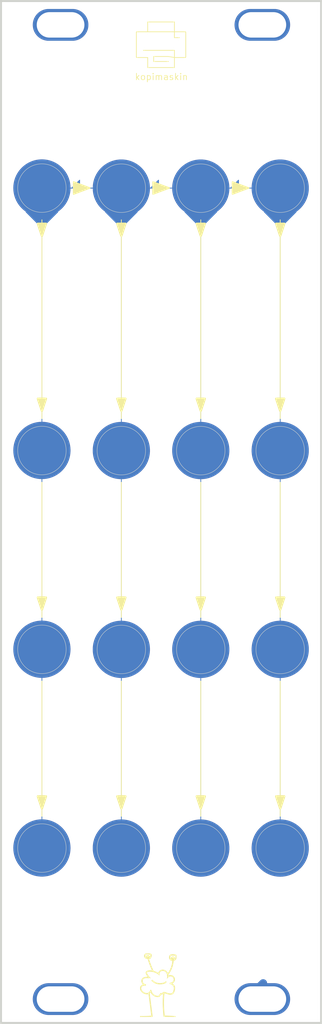
<source format=kicad_pcb>
(kicad_pcb (version 20241229) (generator "pcbnew") (generator_version "9.0")
  (layers (0 "F.Cu" signal "Top Layer") (2 "B.Cu" signal "Bottom Layer") (13 "F.Paste" user "Top Paste Mask Layer") (15 "B.Paste" user "Bottom Paste Mask Layer") (5 "F.SilkS" user "Top Silkscreen Layer") (7 "B.SilkS" user "Bottom Silkscreen Layer") (1 "F.Mask" user "Top Solder Mask Layer") (3 "B.Mask" user "Bottom Solder Mask Layer") (25 "Edge.Cuts" user "Multi-Layer"))
  (net 0 "")
  (net 2 "Net-(J1-SIG)")
  (net 3 "Net-(J2-SIG)")
  (net 4 "Net-(J3-SIG)")
  (footprint "Pad_e40" (layer "F.Cu") (at 137.5 44.5)
    (property "Reference" "" (at 0 0 0) (layer "F.SilkS") (effects (font (size 1.27 1.27))))
    (property "Value" "")
    (pad "1" thru_hole oval (at 0 0) (size 7 4) (drill oval 6 3.2) (layers "*.Cu" "*.Mask"))
  )
  (footprint "Pad_e42" (layer "F.Cu") (at 162.9 167)
    (property "Reference" "" (at 0 0 0) (layer "F.SilkS") (effects (font (size 1.27 1.27))))
    (property "Value" "")
    (pad "1" thru_hole oval (at 0 0) (size 7 4) (drill oval 6 3.2) (layers "*.Cu" "*.Mask"))
  )
  (footprint "Pad_e39" (layer "F.Cu") (at 137.5 167)
    (property "Reference" "" (at 0 0 0) (layer "F.SilkS") (effects (font (size 1.27 1.27))))
    (property "Value" "")
    (pad "1" thru_hole oval (at 0 0) (size 7 4) (drill oval 6 3.2) (layers "*.Cu" "*.Mask"))
  )
  (footprint "Pad_e41" (layer "F.Cu") (at 162.9 44.5)
    (property "Reference" "" (at 0 0 0) (layer "F.SilkS") (effects (font (size 1.27 1.27))))
    (property "Value" "")
    (pad "1" thru_hole oval (at 0 0) (size 7 4) (drill oval 6 3.2) (layers "*.Cu" "*.Mask"))
  )
  (gr_circle (center 165.149999 98.025399) (end 168.649999 98.025399) (stroke (width 0.2)) (fill yes) (layer "F.Cu") (net 13))
  (gr_circle (center 155.149999 65.025399) (end 158.649999 65.025399) (stroke (width 0.2)) (fill yes) (layer "F.Cu") (net 3))
  (gr_circle (center 145.149999 65.025399) (end 148.649999 65.025399) (stroke (width 0.2)) (fill yes) (layer "F.Cu") (net 2))
  (gr_circle (center 155.149999 123.025399) (end 158.649999 123.025399) (stroke (width 0.2)) (fill yes) (layer "F.Cu") (net 1))
  (gr_circle (center 145.149999 148.012699) (end 148.649999 148.012699) (stroke (width 0.2)) (fill yes) (layer "F.Cu") (net 9))
  (gr_circle (center 165.149999 65.025399) (end 168.649999 65.025399) (stroke (width 0.2)) (fill yes) (layer "F.Cu") (net 4))
  (gr_circle (center 165.149999 148.012699) (end 168.649999 148.012699) (stroke (width 0.2)) (fill yes) (layer "F.Cu") (net 12))
  (gr_circle (center 145.149999 123.025399) (end 148.649999 123.025399) (stroke (width 0.2)) (fill yes) (layer "F.Cu") (net 6))
  (gr_circle (center 135.149999 123.012699) (end 138.649999 123.012699) (stroke (width 0.2)) (fill yes) (layer "F.Cu") (net 5))
  (gr_circle (center 135.149999 147.999999) (end 138.649999 147.999999) (stroke (width 0.2)) (fill yes) (layer "F.Cu") (net 5))
  (gr_circle (center 155.149999 98.025399) (end 158.649999 98.025399) (stroke (width 0.2)) (fill yes) (layer "F.Cu") (net 11))
  (gr_circle (center 145.149999 98.025399) (end 148.649999 98.025399) (stroke (width 0.2)) (fill yes) (layer "F.Cu") (net 10))
  (gr_circle (center 135.149999 98.012699) (end 138.649999 98.012699) (stroke (width 0.2)) (fill yes) (layer "F.Cu") (net 5))
  (gr_circle (center 165.149999 123.025399) (end 168.649999 123.025399) (stroke (width 0.2)) (fill yes) (layer "F.Cu") (net 8))
  (gr_circle (center 135.149999 65.012699) (end 138.649999 65.012699) (stroke (width 0.2)) (fill yes) (layer "F.Cu") (net 5))
  (gr_circle (center 155.149999 148.012699) (end 158.649999 148.012699) (stroke (width 0.2)) (fill yes) (layer "F.Cu") (net 7))
  (gr_circle (center 155.149999 148.012699) (end 158.649999 148.012699) (stroke (width 0.2)) (fill yes) (layer "B.Cu") (net 7))
  (gr_poly (pts (xy 143.15 68.0254) (xy 147.15 68.0254) (xy 145.15 70.0254)) (stroke (width 0.1)) (fill yes) (layer "B.Cu") (net 7))
  (gr_circle (center 165.149999 123.025399) (end 168.649999 123.025399) (stroke (width 0.2)) (fill yes) (layer "B.Cu") (net 7))
  (gr_poly (pts (xy 148.827791 65.0254) (xy 149.827791 64.0254) (xy 149.827791 65.0254)) (stroke (width 0.1)) (fill yes) (layer "B.Cu") (net 7))
  (gr_circle (center 135.149999 65.012699) (end 138.649999 65.012699) (stroke (width 0.2)) (fill yes) (layer "B.Cu") (net 7))
  (gr_line (start 140.65 65.0254) (end 161.65 65.0254) (stroke (width 0.1)) (layer "B.Cu") (net 7))
  (gr_circle (center 145.149999 98.025399) (end 148.649999 98.025399) (stroke (width 0.2)) (fill yes) (layer "B.Cu") (net 7))
  (gr_line (start 163 165) (end 162 166) (stroke (width 1)) (layer "B.Cu"))
  (gr_poly (pts (xy 133.15 68.0254) (xy 137.15 68.0254) (xy 135.15 70.0254)) (stroke (width 0.1)) (fill yes) (layer "B.Cu") (net 7))
  (gr_line (start 165.15 70.0254) (end 165.15 144.5254) (stroke (width 0.1)) (layer "B.Cu") (net 7))
  (gr_circle (center 135.149999 98.012699) (end 138.649999 98.012699) (stroke (width 0.2)) (fill yes) (layer "B.Cu") (net 7))
  (gr_circle (center 165.149999 148.012699) (end 168.649999 148.012699) (stroke (width 0.2)) (fill yes) (layer "B.Cu") (net 7))
  (gr_poly (pts (xy 163.15 68.0254) (xy 167.15 68.0254) (xy 165.15 70.0254)) (stroke (width 0.1)) (fill yes) (layer "B.Cu") (net 7))
  (gr_circle (center 145.149999 123.025399) (end 148.649999 123.025399) (stroke (width 0.2)) (fill yes) (layer "B.Cu") (net 7))
  (gr_circle (center 155.149999 65.025399) (end 158.649999 65.025399) (stroke (width 0.2)) (fill yes) (layer "B.Cu") (net 7))
  (gr_line (start 145.15 70.0254) (end 145.15 144.5254) (stroke (width 0.1)) (layer "B.Cu") (net 7))
  (gr_poly (pts (xy 158.9 65.0254) (xy 159.9 64.0254) (xy 159.9 65.0254)) (stroke (width 0.1)) (fill yes) (layer "B.Cu") (net 7))
  (gr_line (start 155.15 70.0254) (end 155.15 144.5254) (stroke (width 0.1)) (layer "B.Cu") (net 7))
  (gr_circle (center 145.149999 65.025399) (end 148.649999 65.025399) (stroke (width 0.2)) (fill yes) (layer "B.Cu") (net 7))
  (gr_circle (center 165.149999 98.025399) (end 168.649999 98.025399) (stroke (width 0.2)) (fill yes) (layer "B.Cu") (net 7))
  (gr_circle (center 135.149999 123.012699) (end 138.649999 123.012699) (stroke (width 0.2)) (fill yes) (layer "B.Cu") (net 7))
  (gr_circle (center 145.149999 148.012699) (end 148.649999 148.012699) (stroke (width 0.2)) (fill yes) (layer "B.Cu") (net 7))
  (gr_circle (center 155.149999 98.025399) (end 158.649999 98.025399) (stroke (width 0.2)) (fill yes) (layer "B.Cu") (net 7))
  (gr_poly (pts (xy 153.15 68.0254) (xy 157.15 68.0254) (xy 155.15 70.0254)) (stroke (width 0.1)) (fill yes) (layer "B.Cu") (net 7))
  (gr_circle (center 165.149999 65.025399) (end 168.649999 65.025399) (stroke (width 0.2)) (fill yes) (layer "B.Cu") (net 7))
  (gr_line (start 138.65 65.0254) (end 141.65 65.0254) (stroke (width 0.1)) (layer "B.Cu") (net 7))
  (gr_circle (center 155.149999 123.025399) (end 158.649999 123.025399) (stroke (width 0.2)) (fill yes) (layer "B.Cu") (net 7))
  (gr_line (start 135.15 70.0254) (end 135.15 144.5254) (stroke (width 0.1)) (layer "B.Cu") (net 7))
  (gr_poly (pts (xy 138.9 65.0254) (xy 139.9 64.0254) (xy 139.9 65.0254)) (stroke (width 0.1)) (fill yes) (layer "B.Cu") (net 7))
  (gr_circle (center 135.149999 147.999999) (end 138.649999 147.999999) (stroke (width 0.2)) (fill yes) (layer "B.Cu") (net 7))
  (gr_line (start 151.832222 44.134739) (end 151.832222 46.107114) (stroke (width 0.1) (color 5 115 225 1)) (layer "F.SilkS"))
  (gr_poly (pts (xy 155.65 91.5127) (xy 154.65 91.5127) (xy 155.15 93.0127)) (stroke (width 0.3)) (fill yes) (layer "F.SilkS"))
  (gr_poly (pts (xy 155.65 141.5127) (xy 154.65 141.5127) (xy 155.15 143.0127)) (stroke (width 0.3)) (fill yes) (layer "F.SilkS"))
  (gr_line (start 148.467879 44.134739) (end 151.832222 44.134739) (stroke (width 0.1) (color 5 115 225 1)) (layer "F.SilkS"))
  (gr_poly (pts (xy 135.65 141.5127) (xy 134.65 141.5127) (xy 135.15 143.0127)) (stroke (width 0.3)) (fill yes) (layer "F.SilkS"))
  (gr_poly (pts (xy 149.15 64.2627) (xy 149.15 65.7627) (xy 151.15 65.0127)) (stroke (width 0.2)) (fill yes) (layer "F.SilkS"))
  (gr_poly (pts (xy 135.65 91.5127) (xy 134.65 91.5127) (xy 135.15 93.0127)) (stroke (width 0.3)) (fill yes) (layer "F.SilkS"))
  (gr_line (start 153.258839 45.430671) (end 153.258839 48.54486) (stroke (width 0.1) (color 77 77 77 1)) (layer "F.SilkS"))
  (gr_poly (pts (xy 165.65 116.5127) (xy 164.65 116.5127) (xy 165.15 118.0127)) (stroke (width 0.3)) (fill yes) (layer "F.SilkS"))
  (gr_line (start 153.196538 48.607145) (end 151.832121 48.607145) (stroke (width 0.1) (color 77 77 77 1)) (layer "F.SilkS"))
  (gr_line (start 147.041161 48.54486) (end 147.041161 45.430671) (stroke (width 0.1) (color 77 77 77 1)) (layer "F.SilkS"))
  (gr_poly (pts (xy 155.65 116.5127) (xy 154.65 116.5127) (xy 155.15 118.0127)) (stroke (width 0.3)) (fill yes) (layer "F.SilkS"))
  (gr_line (start 151.832422 47.704134) (end 151.832422 49.865261) (stroke (width 0.1) (color 5 115 225 1)) (layer "F.SilkS"))
  (gr_poly (pts (xy 155.65 69.5127) (xy 154.65 69.5127) (xy 155.15 71.0127)) (stroke (width 0.3)) (fill yes) (layer "F.SilkS"))
  (gr_poly (pts (xy 165.65 91.5127) (xy 164.65 91.5127) (xy 165.15 93.0127)) (stroke (width 0.3)) (fill yes) (layer "F.SilkS"))
  (gr_line (start 165.15 69.0127) (end 165.15 94.0127) (stroke (width 0.1)) (layer "F.SilkS"))
  (gr_poly (pts (xy 135.65 116.5127) (xy 134.65 116.5127) (xy 135.15 118.0127)) (stroke (width 0.3)) (fill yes) (layer "F.SilkS"))
  (gr_line (start 149.220888 48.476645) (end 149.220888 49.103653) (stroke (width 0.1)) (layer "F.SilkS"))
  (gr_curve (pts (xy 147.041161 45.430671) (xy 147.041161 45.396166) (xy 147.068948 45.36839) (xy 147.103462 45.36839)) (stroke (width 0.1) (color 77 77 77 1)) (layer "F.SilkS"))
  (gr_line (start 148.467879 45.368105) (end 148.467879 44.134739) (stroke (width 0.1) (color 5 115 225 1)) (layer "F.SilkS"))
  (gr_line (start 145.15 102.0127) (end 145.15 119.0127) (stroke (width 0.1)) (layer "F.SilkS"))
  (gr_poly (pts (xy 159.15 64.2627) (xy 159.15 65.7627) (xy 161.15 65.0127)) (stroke (width 0.2)) (fill yes) (layer "F.SilkS"))
  (gr_line (start 165.15 102.0127) (end 165.15 119.0127) (stroke (width 0.1)) (layer "F.SilkS"))
  (gr_curve (pts (xy 153.258839 48.54486) (xy 153.258839 48.579365) (xy 153.231053 48.607145) (xy 153.196538 48.607145)) (stroke (width 0.1) (color 77 77 77 1)) (layer "F.SilkS"))
  (gr_curve (pts (xy 147.103462 48.607145) (xy 147.068946 48.607145) (xy 147.041161 48.579367) (xy 147.041161 48.54486)) (stroke (width 0.1) (color 77 77 77 1)) (layer "F.SilkS"))
  (gr_poly (pts (xy 145.65 69.5127) (xy 144.65 69.5127) (xy 145.15 71.0127)) (stroke (width 0.3)) (fill yes) (layer "F.SilkS"))
  (gr_poly (pts (xy 148.795478 161.267998) (xy 148.846138 161.28633) (xy 148.871134 161.298329) (xy 148.89613 161.309995) (xy 148.913461 161.32366) (xy 148.931125 161.336992) (xy 148.942457 161.353991) (xy 148.954122 161.370989) (xy 148.961454 161.390321) (xy 148.968786 161.409653) (xy 148.972786 161.44265) (xy 148.977119 161.475314) (xy 148.972786 161.533976) (xy 148.968453 161.592638) (xy 148.961787 161.630301) (xy 148.954788 161.667965) (xy 148.944123 161.702962) (xy 148.933458 161.737626) (xy 148.91946 161.767623) (xy 148.905129 161.797954) (xy 148.888465 161.822952) (xy 148.8718 161.84795) (xy 148.852137 161.869281) (xy 148.832473 161.890613) (xy 148.812142 161.906278) (xy 148.791812 161.921944) (xy 148.765483 161.935942) (xy 148.739486 161.949941) (xy 148.707491 161.960607) (xy 148.675496 161.971273) (xy 148.657498 161.973606) (xy 148.639168 161.976272) (xy 148.655165 162.026268) (xy 148.67083 162.076597) (xy 148.699492 162.163923) (xy 148.728155 162.250916) (xy 148.768149 162.366573) (xy 148.808143 162.481897) (xy 148.849137 162.592221) (xy 148.890131 162.702545) (xy 148.934458 162.814536) (xy 148.978785 162.926526) (xy 149.015113 163.013519) (xy 149.051108 163.100512) (xy 149.099101 163.209836) (xy 149.147094 163.31916) (xy 149.176756 163.384155) (xy 149.206752 163.44915) (xy 149.236414 163.457149) (xy 149.265743 163.465482) (xy 149.317402 163.48148) (xy 149.368728 163.497812) (xy 149.422054 163.518477) (xy 149.475379 163.539475) (xy 149.523372 163.56114) (xy 149.571365 163.582805) (xy 149.628357 163.612469) (xy 149.685349 163.6418) (xy 149.728009 163.667798) (xy 149.77067 163.693463) (xy 149.780002 163.700129) (xy 149.789334 163.706795) (xy 149.792333 163.706795) (xy 149.795332 163.706795) (xy 149.805664 163.677464) (xy 149.815662 163.648133) (xy 149.82966 163.618135) (xy 149.843992 163.587805) (xy 149.870988 163.546808) (xy 149.898317 163.505812) (xy 149.944644 163.459815) (xy 149.99097 163.413486) (xy 150.026632 163.389488) (xy 150.062626 163.365823) (xy 150.103287 163.346491) (xy 150.143948 163.326826) (xy 150.165945 163.319494) (xy 150.188275 163.312161) (xy 150.222936 163.303495) (xy 150.257598 163.294829) (xy 150.300259 163.290496) (xy 150.342919 163.286496) (xy 150.383913 163.28883) (xy 150.424907 163.291163) (xy 150.456902 163.295829) (xy 150.488898 163.300829) (xy 150.510561 163.306495) (xy 150.532225 163.312161) (xy 150.574552 163.326826) (xy 150.616879 163.341159) (xy 150.645208 163.354491) (xy 150.673538 163.367823) (xy 150.709866 163.389488) (xy 150.746194 163.411153) (xy 150.775523 163.433484) (xy 150.805185 163.455816) (xy 150.84018 163.489813) (xy 150.875508 163.52381) (xy 150.900838 163.555807) (xy 150.926501 163.587805) (xy 150.948831 163.621469) (xy 150.970828 163.655466) (xy 150.989492 163.691796) (xy 151.007822 163.728126) (xy 151.009822 163.728126) (xy 151.012155 163.728126) (xy 151.031819 163.700795) (xy 151.051483 163.673131) (xy 151.087144 163.617136) (xy 151.122806 163.561474) (xy 151.145802 163.523143) (xy 151.168466 163.48448) (xy 151.201128 163.425152) (xy 151.23379 163.365823) (xy 151.263452 163.304495) (xy 151.293114 163.242833) (xy 151.307445 163.210836) (xy 151.321443 163.178839) (xy 151.343774 163.12551) (xy 151.366104 163.072181) (xy 151.3881 163.011853) (xy 151.410431 162.951191) (xy 151.430761 162.889196) (xy 151.451091 162.826868) (xy 151.471755 162.750541) (xy 151.492419 162.673881) (xy 151.507083 162.60822) (xy 151.521414 162.542558) (xy 151.533746 162.469565) (xy 151.546077 162.396571) (xy 151.55341 162.337909) (xy 151.560742 162.279247) (xy 151.563742 162.246583) (xy 151.566408 162.213586) (xy 151.560742 162.211919) (xy 151.555409 162.210586) (xy 151.535746 162.208253) (xy 151.516415 162.20592) (xy 151.477088 162.193588) (xy 151.438093 162.181255) (xy 151.406098 162.16559) (xy 151.374102 162.149925) (xy 151.346773 162.131926) (xy 151.319444 162.113928) (xy 151.290781 162.08693) (xy 151.261785 162.059599) (xy 151.238789 162.028935) (xy 151.216125 161.998604) (xy 151.198461 161.96294) (xy 151.180464 161.927276) (xy 151.173465 161.905945) (xy 151.166133 161.884613) (xy 151.159134 161.852616) (xy 151.151801 161.820619) (xy 151.149468 161.775956) (xy 151.147152 161.731626) (xy 151.314444 161.731626) (xy 151.316777 161.76729) (xy 151.31911 161.802953) (xy 151.32411 161.822285) (xy 151.328776 161.84195) (xy 151.334108 161.856616) (xy 151.339441 161.870948) (xy 151.349106 161.890279) (xy 151.359105 161.909611) (xy 151.365104 161.917277) (xy 151.371103 161.924943) (xy 151.377102 161.891613) (xy 151.382768 161.858282) (xy 151.388767 161.841284) (xy 151.394433 161.824285) (xy 151.406764 161.79962) (xy 151.418763 161.774956) (xy 151.43676 161.748958) (xy 151.454757 161.72296) (xy 151.480754 161.698295) (xy 151.50675 161.673631) (xy 151.526414 161.660965) (xy 151.546077 161.6483) (xy 151.565075 161.638967) (xy 151.583739 161.629635) (xy 151.602403 161.622968) (xy 151.621067 161.616636) (xy 151.643397 161.623968) (xy 151.665393 161.630968) (xy 151.695722 161.643633) (xy 151.726051 161.656299) (xy 151.747382 161.662298) (xy 151.768712 161.668631) (xy 151.784709 161.676297) (xy 151.800707 161.68363) (xy 151.816372 161.698962) (xy 151.832036 161.713961) (xy 151.843368 161.738959) (xy 151.854699 161.763623) (xy 151.859365 161.791621) (xy 151.864031 161.819285) (xy 151.861698 161.853616) (xy 151.859365 161.88828) (xy 151.854699 161.905945) (xy 151.8497 161.92361) (xy 151.844701 161.936276) (xy 151.839701 161.948608) (xy 151.840701 161.958274) (xy 151.842034 161.96794) (xy 151.869364 161.937942) (xy 151.896693 161.908278) (xy 151.913691 161.879947) (xy 151.930688 161.851949) (xy 151.943353 161.823285) (xy 151.955685 161.794287) (xy 151.96435 161.759624) (xy 151.973349 161.724627) (xy 151.973349 161.681964) (xy 151.973682 161.6393) (xy 151.967683 161.613303) (xy 151.961684 161.587638) (xy 151.953018 161.577306) (xy 151.944353 161.566973) (xy 151.922356 161.55964) (xy 151.900359 161.552308) (xy 151.868364 161.546975) (xy 151.836369 161.541309) (xy 151.797041 161.536309) (xy 151.758047 161.530976) (xy 151.708054 161.52731) (xy 151.658394 161.523977) (xy 151.59807 161.52431) (xy 151.537745 161.524977) (xy 151.503084 161.52731) (xy 151.468755 161.529976) (xy 151.442093 161.535976) (xy 151.415763 161.541975) (xy 151.400099 161.552308) (xy 151.384434 161.56264) (xy 151.373436 161.576306) (xy 151.362437 161.589638) (xy 151.351439 161.609636) (xy 151.340107 161.629301) (xy 151.331775 161.653966) (xy 151.323443 161.678964) (xy 151.318777 161.705295) (xy 151.314444 161.731626) (xy 151.147152 161.731626) (xy 151.147135 161.731293) (xy 151.151468 161.695962) (xy 151.155801 161.660632) (xy 151.1648 161.626968) (xy 151.173798 161.592971) (xy 151.190796 161.556974) (xy 151.207793 161.520977) (xy 151.223124 161.498312) (xy 151.238456 161.475647) (xy 151.260119 161.452983) (xy 151.281449 161.430318) (xy 151.307112 161.413319) (xy 151.332775 161.396654) (xy 151.362437 161.385988) (xy 151.391767 161.375322) (xy 151.425762 161.369656) (xy 151.459423 161.36399) (xy 151.507416 161.360324) (xy 151.555409 161.356657) (xy 151.608068 161.356657) (xy 151.660727 161.356657) (xy 151.713053 161.360324) (xy 151.765046 161.36399) (xy 151.807706 161.369323) (xy 151.850367 161.374656) (xy 151.900359 161.383655) (xy 151.950019 161.392321) (xy 151.973015 161.399987) (xy 151.996345 161.40732) (xy 152.020675 161.419652) (xy 152.045005 161.431651) (xy 152.066002 161.452316) (xy 152.086999 161.472648) (xy 152.086999 161.693629) (xy 152.086999 161.914944) (xy 152.075667 161.935276) (xy 152.064335 161.955607) (xy 152.039339 161.993271) (xy 152.014009 162.030601) (xy 151.973015 162.071598) (xy 151.932355 162.112594) (xy 151.908358 162.129593) (xy 151.884362 162.146591) (xy 151.855033 162.163257) (xy 151.825704 162.179922) (xy 151.799041 162.191254) (xy 151.772378 162.202253) (xy 151.753714 162.208253) (xy 151.73505 162.213919) (xy 151.733384 162.225252) (xy 151.731717 162.236584) (xy 151.729384 162.265248) (xy 151.727384 162.293579) (xy 151.718386 162.362907) (xy 151.70972 162.432234) (xy 151.697056 162.504895) (xy 151.684724 162.577889) (xy 151.66906 162.649216) (xy 151.653395 162.72021) (xy 151.635398 162.787871) (xy 151.617067 162.855199) (xy 151.594404 162.927193) (xy 151.57174 162.998854) (xy 151.543411 163.074847) (xy 151.515415 163.150508) (xy 151.48242 163.228501) (xy 151.449092 163.306828) (xy 151.403765 163.397487) (xy 151.358438 163.488146) (xy 151.334442 163.530809) (xy 151.310778 163.573473) (xy 151.279116 163.626468) (xy 151.247454 163.679464) (xy 151.20746 163.740125) (xy 151.167466 163.80112) (xy 151.151468 163.820785) (xy 151.135804 163.840117) (xy 151.115473 163.866781) (xy 151.095476 163.893446) (xy 151.082811 163.914444) (xy 151.07048 163.935109) (xy 151.066481 163.954441) (xy 151.062481 163.973439) (xy 151.066147 164.009436) (xy 151.06948 164.045433) (xy 151.070813 164.046433) (xy 151.071813 164.047766) (xy 151.103808 164.032434) (xy 151.135804 164.017436) (xy 151.1588 164.00977) (xy 151.18213 164.002103) (xy 151.218792 163.993438) (xy 151.255786 163.984438) (xy 151.29878 163.980439) (xy 151.342107 163.976772) (xy 151.391767 163.980439) (xy 151.441759 163.984438) (xy 151.474421 163.991104) (xy 151.507083 163.998104) (xy 151.538412 164.009103) (xy 151.569407 164.020102) (xy 151.597737 164.034434) (xy 151.626066 164.048433) (xy 151.656395 164.068765) (xy 151.687057 164.089096) (xy 151.729717 164.131759) (xy 151.772711 164.174422) (xy 151.797374 164.211753) (xy 151.822371 164.249083) (xy 151.837368 164.280414) (xy 151.8527 164.311744) (xy 151.863031 164.341075) (xy 151.87303 164.370406) (xy 151.880362 164.398737) (xy 151.888028 164.426735) (xy 151.893027 164.467065) (xy 151.89836 164.507061) (xy 151.89836 164.538059) (xy 151.89836 164.569056) (xy 151.894693 164.601054) (xy 151.891027 164.632718) (xy 151.885695 164.659715) (xy 151.880029 164.68638) (xy 151.868031 164.72171) (xy 151.855699 164.757041) (xy 151.837702 164.791038) (xy 151.819371 164.825035) (xy 151.799707 164.853033) (xy 151.780377 164.880697) (xy 151.750381 164.912028) (xy 151.720385 164.943692) (xy 151.696722 164.963023) (xy 151.672726 164.982355) (xy 151.650396 164.997354) (xy 151.628399 165.012353) (xy 151.592737 165.031018) (xy 151.557076 165.049683) (xy 151.57174 165.056349) (xy 151.586738 165.063015) (xy 151.629399 165.091013) (xy 151.671726 165.118677) (xy 151.690057 165.133676) (xy 151.708387 165.148675) (xy 151.730717 165.168006) (xy 151.752714 165.187338) (xy 151.77871 165.218002) (xy 151.80504 165.248333) (xy 151.824704 165.278329) (xy 151.844367 165.30866) (xy 151.859032 165.338324) (xy 151.87403 165.367989) (xy 151.886028 165.403986) (xy 151.898026 165.440316) (xy 151.905359 165.475646) (xy 151.912358 165.51131) (xy 151.916024 165.543307) (xy 151.91969 165.575305) (xy 151.91969 165.628634) (xy 151.91969 165.681963) (xy 151.914691 165.726292) (xy 151.909691 165.770955) (xy 151.904025 165.805619) (xy 151.89836 165.840616) (xy 151.887694 165.890612) (xy 151.877029 165.940608) (xy 151.862698 165.990603) (xy 151.848367 166.040599) (xy 151.826037 166.096595) (xy 151.803707 166.15259) (xy 151.781377 166.191587) (xy 151.759047 166.230583) (xy 151.735383 166.261914) (xy 151.71172 166.293578) (xy 151.68739 166.31791) (xy 151.662727 166.342241) (xy 151.635398 166.362572) (xy 151.607735 166.383237) (xy 151.585072 166.39557) (xy 151.562408 166.408235) (xy 151.532413 166.420901) (xy 151.502084 166.433233) (xy 151.464756 166.442232) (xy 151.427428 166.451565) (xy 151.384768 166.455565) (xy 151.342107 166.459898) (xy 151.288782 166.457565) (xy 151.235456 166.455565) (xy 151.190796 166.448565) (xy 151.146136 166.441566) (xy 151.103475 166.4319) (xy 151.061148 166.422567) (xy 151.006156 166.406569) (xy 150.950831 166.390903) (xy 150.885174 166.369239) (xy 150.819516 166.347907) (xy 150.762525 166.326575) (xy 150.705533 166.305244) (xy 150.648208 166.280579) (xy 150.590883 166.256248) (xy 150.584217 166.256248) (xy 150.577552 166.256248) (xy 150.577218 166.308577) (xy 150.576552 166.360906) (xy 150.565553 166.439233) (xy 150.554222 166.51756) (xy 150.545556 166.652548) (xy 150.537224 166.78787) (xy 150.531558 166.91586) (xy 150.526226 167.043849) (xy 150.52256 167.19317) (xy 150.518893 167.342491) (xy 150.518893 167.489812) (xy 150.518893 167.637466) (xy 150.52256 167.769122) (xy 150.525892 167.900444) (xy 150.529559 167.993103) (xy 150.533225 168.085429) (xy 150.538557 168.185087) (xy 150.544223 168.284746) (xy 150.552888 168.409069) (xy 150.561887 168.533392) (xy 150.572219 168.649049) (xy 150.582884 168.764706) (xy 150.593549 168.864031) (xy 150.604214 168.963689) (xy 150.610213 169.016018) (xy 150.616213 169.06868) (xy 150.641542 169.06868) (xy 150.666539 169.06868) (xy 150.821183 169.074013) (xy 150.975827 169.079013) (xy 151.128805 169.086345) (xy 151.281449 169.093345) (xy 151.438093 169.102344) (xy 151.594404 169.11101) (xy 151.784709 169.124009) (xy 151.975015 169.136675) (xy 151.979681 169.138341) (xy 151.98468 169.140008) (xy 151.982347 169.174338) (xy 151.980014 169.209002) (xy 151.978015 169.229334) (xy 151.975682 169.249998) (xy 151.504084 169.249998) (xy 151.032819 169.249998) (xy 150.958163 169.246332) (xy 150.883507 169.242666) (xy 150.719864 169.237666) (xy 150.556221 169.232333) (xy 150.514561 169.232) (xy 150.472567 169.232) (xy 150.469234 169.224001) (xy 150.465901 169.216001) (xy 150.449903 169.081013) (xy 150.433906 168.946024) (xy 150.422907 168.842699) (xy 150.412242 168.739708) (xy 150.403577 168.640049) (xy 150.394911 168.540724) (xy 150.387579 168.441066) (xy 150.380247 168.341408) (xy 150.373581 168.217085) (xy 150.366582 168.092762) (xy 150.362583 167.996436) (xy 150.358917 167.900444) (xy 150.355584 167.758456) (xy 150.351918 167.616135) (xy 150.351918 167.488145) (xy 150.351918 167.360156) (xy 150.355584 167.201836) (xy 150.358917 167.043849) (xy 150.364583 166.91586) (xy 150.369915 166.78787) (xy 150.37858 166.647215) (xy 150.387246 166.506894) (xy 150.397911 166.4289) (xy 150.408909 166.350907) (xy 150.40791 166.347574) (xy 150.40691 166.344241) (xy 150.37858 166.365239) (xy 150.350251 166.386237) (xy 150.332254 166.397236) (xy 150.31459 166.408235) (xy 150.29326 166.419234) (xy 150.271929 166.4299) (xy 150.245267 166.438233) (xy 150.218604 166.446232) (xy 150.17861 166.446232) (xy 150.138615 166.446232) (xy 150.134616 166.458898) (xy 150.130617 166.47123) (xy 150.094622 166.526225) (xy 150.058627 166.581554) (xy 150.041629 166.606552) (xy 150.024632 166.631217) (xy 149.998969 166.659548) (xy 149.973639 166.687545) (xy 149.942977 166.707544) (xy 149.912315 166.727542) (xy 149.883652 166.737208) (xy 149.854657 166.746874) (xy 149.821661 166.752873) (xy 149.788334 166.758873) (xy 149.72601 166.758539) (xy 149.664019 166.758206) (xy 149.622025 166.75254) (xy 149.580364 166.746874) (xy 149.53937 166.737875) (xy 149.498376 166.728542) (xy 149.460382 166.71621) (xy 149.422054 166.703544) (xy 149.384393 166.687879) (xy 149.346398 166.672547) (xy 149.316736 166.657548) (xy 149.287073 166.642882) (xy 149.251412 166.621218) (xy 149.216084 166.599886) (xy 149.184088 166.576888) (xy 149.152093 166.55389) (xy 149.127097 166.533558) (xy 149.1021 166.512893) (xy 149.063773 166.476563) (xy 149.025112 166.439899) (xy 148.98845 166.395903) (xy 148.951456 166.351573) (xy 148.930459 166.320909) (xy 148.909462 166.289912) (xy 148.891131 166.259248) (xy 148.873134 166.228917) (xy 148.855136 166.192253) (xy 148.836806 166.155923) (xy 148.823807 166.173588) (xy 148.810809 166.19092) (xy 148.788813 166.215585) (xy 148.766482 166.240249) (xy 148.743486 166.259581) (xy 148.720489 166.279246) (xy 148.722156 166.288245) (xy 148.723822 166.296911) (xy 148.913794 167.761789) (xy 149.103433 169.226667) (xy 149.1021 169.228) (xy 149.100767 169.229334) (xy 148.998449 169.239666) (xy 148.89613 169.249665) (xy 148.198232 169.249665) (xy 147.500333 169.249998) (xy 147.501333 169.18667) (xy 147.502333 169.123676) (xy 147.521997 169.124009) (xy 147.541327 169.124342) (xy 147.75463 169.127342) (xy 147.967932 169.130008) (xy 148.124576 169.125676) (xy 148.280886 169.121676) (xy 148.389537 169.116343) (xy 148.497855 169.111343) (xy 148.558179 169.107677) (xy 148.618837 169.104011) (xy 148.686161 169.099011) (xy 148.753818 169.093678) (xy 148.83114 169.087679) (xy 148.908129 169.081679) (xy 148.911795 169.079346) (xy 148.915461 169.077013) (xy 148.74082 167.726125) (xy 148.565845 166.375238) (xy 148.563512 166.372572) (xy 148.561179 166.369572) (xy 148.538182 166.378238) (xy 148.515519 166.38657) (xy 148.488856 166.39257) (xy 148.462193 166.398236) (xy 148.425865 166.403569) (xy 148.389537 166.408902) (xy 148.343877 166.408902) (xy 148.29855 166.408902) (xy 148.257556 166.403902) (xy 148.216896 166.398569) (xy 148.183234 166.391237) (xy 148.149239 166.383904) (xy 148.124576 166.376238) (xy 148.099579 166.368905) (xy 148.060585 166.353907) (xy 148.021257 166.338908) (xy 147.991262 166.324242) (xy 147.960933 166.30991) (xy 147.918272 166.284579) (xy 147.875612 166.259248) (xy 147.845283 166.237583) (xy 147.815287 166.215918) (xy 147.784958 166.190587) (xy 147.75463 166.165589) (xy 147.726634 166.138924) (xy 147.698638 166.11226) (xy 147.664976 166.07293) (xy 147.631314 166.033933) (xy 147.603985 165.992937) (xy 147.576989 165.952273) (xy 147.558658 165.914943) (xy 147.540327 165.877613) (xy 147.527663 165.841949) (xy 147.515331 165.806285) (xy 147.508999 165.784954) (xy 147.502999 165.763622) (xy 147.501666 165.660631) (xy 147.50069 165.600303) (xy 147.66231 165.600303) (xy 147.66231 165.651632) (xy 147.66231 165.703294) (xy 147.668975 165.731625) (xy 147.675641 165.760289) (xy 147.684306 165.784954) (xy 147.693305 165.809952) (xy 147.708303 165.840283) (xy 147.723301 165.87028) (xy 147.741631 165.898278) (xy 147.760295 165.926275) (xy 147.780959 165.951607) (xy 147.801623 165.976938) (xy 147.844616 166.018268) (xy 147.88761 166.059598) (xy 147.922605 166.086262) (xy 147.9576 166.112593) (xy 147.989929 166.132592) (xy 148.022257 166.15259) (xy 148.054586 166.168922) (xy 148.087248 166.185254) (xy 148.114577 166.196253) (xy 148.14224 166.207252) (xy 148.170569 166.215918) (xy 148.199232 166.224584) (xy 148.232893 166.231917) (xy 148.266555 166.238916) (xy 148.318881 166.240916) (xy 148.370873 166.242916) (xy 148.411201 166.236583) (xy 148.451528 166.230583) (xy 148.480191 166.221584) (xy 148.50852 166.212918) (xy 148.542182 166.195586) (xy 148.576177 166.178254) (xy 148.598174 166.162256) (xy 148.62017 166.145924) (xy 148.6455 166.122259) (xy 148.670496 166.098594) (xy 148.693826 166.06693) (xy 148.717156 166.035266) (xy 148.730821 166.006269) (xy 148.744819 165.976938) (xy 148.751818 165.94894) (xy 148.75915 165.920943) (xy 148.76015 165.886945) (xy 148.761483 165.852615) (xy 148.834139 165.846615) (xy 148.906795 165.840616) (xy 148.916127 165.840616) (xy 148.925793 165.840283) (xy 148.927792 165.856948) (xy 148.930125 165.873947) (xy 148.936791 165.913277) (xy 148.94379 165.952607) (xy 148.954122 165.987937) (xy 148.96412 166.023267) (xy 148.977785 166.056931) (xy 148.991116 166.090928) (xy 149.007114 166.122592) (xy 149.022779 166.153923) (xy 149.042776 166.186587) (xy 149.062773 166.218918) (xy 149.076771 166.238249) (xy 149.091102 166.257915) (xy 149.114765 166.286245) (xy 149.138428 166.31491) (xy 149.183089 166.357906) (xy 149.227749 166.400569) (xy 149.261744 166.426234) (xy 149.295406 166.451565) (xy 149.325068 166.47023) (xy 149.35473 166.488562) (xy 149.395391 166.508894) (xy 149.436385 166.529225) (xy 149.459382 166.538224) (xy 149.482712 166.547224) (xy 149.51604 166.558223) (xy 149.549702 166.568889) (xy 149.593362 166.577888) (xy 149.637356 166.586887) (xy 149.686015 166.590887) (xy 149.735008 166.594553) (xy 149.763338 166.592553) (xy 149.792 166.59022) (xy 149.809663 166.585554) (xy 149.827327 166.580888) (xy 149.841992 166.573222) (xy 149.856656 166.565889) (xy 149.876653 166.544224) (xy 149.896984 166.522226) (xy 149.933645 166.466564) (xy 149.970306 166.410902) (xy 149.98897 166.375238) (xy 150.007968 166.339574) (xy 150.043629 166.279246) (xy 150.079291 166.218918) (xy 150.080291 166.217585) (xy 150.08129 166.216251) (xy 150.096621 166.22725) (xy 150.111953 166.238249) (xy 150.141948 166.259581) (xy 150.171611 166.280913) (xy 150.182609 166.280913) (xy 150.193607 166.280913) (xy 150.212938 166.271913) (xy 150.232602 166.262914) (xy 150.279928 166.228584) (xy 150.327588 166.19392) (xy 150.367249 166.166255) (xy 150.40691 166.138258) (xy 150.431906 166.124592) (xy 150.456902 166.110927) (xy 150.484565 166.101928) (xy 150.512228 166.092928) (xy 150.540557 166.089262) (xy 150.568886 166.085596) (xy 150.596882 166.089262) (xy 150.624878 166.092595) (xy 150.649208 166.101261) (xy 150.673538 166.109594) (xy 150.721531 166.129925) (xy 150.769524 166.149924) (xy 150.821183 166.169922) (xy 150.872842 166.189587) (xy 150.918835 166.204919) (xy 150.965162 166.219918) (xy 151.025486 166.237916) (xy 151.086144 166.255915) (xy 151.11614 166.262914) (xy 151.146469 166.270247) (xy 151.18213 166.277246) (xy 151.217459 166.283912) (xy 151.255786 166.288245) (xy 151.293781 166.292578) (xy 151.342774 166.290912) (xy 151.391767 166.288912) (xy 151.425762 166.279913) (xy 151.459423 166.271247) (xy 151.479754 166.261914) (xy 151.500417 166.252915) (xy 151.52708 166.23425) (xy 151.554076 166.215918) (xy 151.57574 166.192587) (xy 151.597403 166.168922) (xy 151.6184 166.136925) (xy 151.639731 166.104927) (xy 151.653728 166.07493) (xy 151.667726 166.044599) (xy 151.683058 166.001936) (xy 151.698722 165.959273) (xy 151.711053 165.90961) (xy 151.723718 165.859614) (xy 151.73305 165.812285) (xy 151.742049 165.764622) (xy 151.747382 165.71796) (xy 151.752714 165.671297) (xy 151.752714 165.624967) (xy 151.752714 165.578971) (xy 151.747382 165.541641) (xy 151.742049 165.504311) (xy 151.732717 165.47398) (xy 151.723385 165.443649) (xy 151.711387 165.417651) (xy 151.699389 165.39132) (xy 151.684724 165.369655) (xy 151.670059 165.347657) (xy 151.650396 165.325326) (xy 151.630732 165.302661) (xy 151.602069 165.278663) (xy 151.573074 165.254665) (xy 151.543078 165.234334) (xy 151.512749 165.214002) (xy 151.467422 165.191004) (xy 151.421762 165.168006) (xy 151.392766 165.155341) (xy 151.363437 165.142675) (xy 151.290448 165.114677) (xy 151.217792 165.087013) (xy 151.216792 165.084013) (xy 151.216125 165.081014) (xy 151.236456 165.004687) (xy 151.256786 164.928026) (xy 151.267451 164.929026) (xy 151.278116 164.930026) (xy 151.326109 164.930359) (xy 151.374102 164.930693) (xy 151.404098 164.92336) (xy 151.434427 164.916027) (xy 151.454091 164.909361) (xy 151.473755 164.902362) (xy 151.500417 164.890029) (xy 151.52708 164.877697) (xy 151.559742 164.855699) (xy 151.592737 164.834034) (xy 151.618734 164.80837) (xy 151.645063 164.782372) (xy 151.661394 164.759707) (xy 151.677725 164.736709) (xy 151.692056 164.708045) (xy 151.706054 164.67938) (xy 151.713386 164.657382) (xy 151.720719 164.635384) (xy 151.726051 164.602387) (xy 151.731384 164.569056) (xy 151.731384 164.540725) (xy 151.731051 164.512061) (xy 151.727718 164.487396) (xy 151.724052 164.462398) (xy 151.716719 164.434067) (xy 151.709387 164.405737) (xy 151.698722 164.379072) (xy 151.687724 164.352074) (xy 151.671393 164.324077) (xy 151.655062 164.296079) (xy 151.635398 164.272748) (xy 151.615401 164.249083) (xy 151.586405 164.225752) (xy 151.557409 164.20242) (xy 151.524414 164.186088) (xy 151.491419 164.169756) (xy 151.467756 164.162757) (xy 151.444426 164.155424) (xy 151.41143 164.149425) (xy 151.378102 164.143092) (xy 151.338774 164.145092) (xy 151.299447 164.147091) (xy 151.270784 164.153091) (xy 151.242455 164.15909) (xy 151.221125 164.16609) (xy 151.199794 164.173089) (xy 151.164133 164.190421) (xy 151.128805 164.208086) (xy 151.103475 164.229418) (xy 151.077812 164.250416) (xy 151.030486 164.303078) (xy 150.982826 164.356074) (xy 150.936833 164.408403) (xy 150.890506 164.460732) (xy 150.889506 164.454066) (xy 150.888506 164.4474) (xy 150.902838 164.317744) (xy 150.917169 164.188088) (xy 150.913503 164.150424) (xy 150.909837 164.112761) (xy 150.904171 164.074431) (xy 150.898505 164.035767) (xy 150.897838 163.977106) (xy 150.897172 163.918444) (xy 150.88784 163.888113) (xy 150.878841 163.858115) (xy 150.867843 163.830451) (xy 150.856844 163.802787) (xy 150.83918 163.76779) (xy 150.821516 163.732459) (xy 150.801519 163.702795) (xy 150.781189 163.673131) (xy 150.759858 163.648133) (xy 150.738195 163.623468) (xy 150.72353 163.60947) (xy 150.709199 163.595471) (xy 150.68187 163.573139) (xy 150.65454 163.550808) (xy 150.621545 163.531476) (xy 150.588217 163.512144) (xy 150.554222 163.497479) (xy 150.519893 163.483147) (xy 150.490231 163.474481) (xy 150.460235 163.465815) (xy 150.426907 163.460149) (xy 150.393245 163.454482) (xy 150.35925 163.455149) (xy 150.325255 163.455482) (xy 150.312923 163.456816) (xy 150.300259 163.458149) (xy 150.273596 163.463815) (xy 150.246933 163.469148) (xy 150.22027 163.477814) (xy 150.193607 163.486813) (xy 150.163612 163.503145) (xy 150.133283 163.519477) (xy 150.108286 163.537809) (xy 150.083623 163.556474) (xy 150.054961 163.586471) (xy 150.026298 163.616136) (xy 150.006301 163.646466) (xy 149.986304 163.676797) (xy 149.974972 163.701462) (xy 149.963974 163.72646) (xy 149.956975 163.751791) (xy 149.949976 163.777456) (xy 149.946643 163.80512) (xy 149.94331 163.833118) (xy 149.948643 163.932109) (xy 149.953976 164.031434) (xy 149.951976 164.033101) (xy 149.950309 164.035101) (xy 149.945643 164.031434) (xy 149.941311 164.028101) (xy 149.87732 163.978439) (xy 149.813329 163.928776) (xy 149.779335 163.903778) (xy 149.745673 163.87878) (xy 149.712678 163.856782) (xy 149.679683 163.834451) (xy 149.638022 163.809453) (xy 149.596362 163.784122) (xy 149.546702 163.758124) (xy 149.49671 163.732126) (xy 149.456049 163.713794) (xy 149.415055 163.695462) (xy 149.367062 163.676797) (xy 149.319069 163.658132) (xy 149.269409 163.6418) (xy 149.219417 163.625468) (xy 149.166091 163.611469) (xy 149.112432 163.597137) (xy 149.05744 163.586138) (xy 149.002781 163.574806) (xy 148.952789 163.56814) (xy 148.903129 163.561474) (xy 148.856803 163.557807) (xy 148.810809 163.554141) (xy 148.755484 163.552141) (xy 148.700492 163.550141) (xy 148.641834 163.553474) (xy 148.583176 163.557141) (xy 148.557846 163.562473) (xy 148.532516 163.567806) (xy 148.509853 163.575472) (xy 148.48719 163.583138) (xy 148.457861 163.597137) (xy 148.428865 163.611469) (xy 148.412534 163.625802) (xy 148.396536 163.640134) (xy 148.387204 163.655466) (xy 148.378206 163.671131) (xy 148.376206 163.689796) (xy 148.374206 163.708795) (xy 148.383871 163.737126) (xy 148.393537 163.765457) (xy 148.417533 163.813786) (xy 148.441863 163.861782) (xy 148.469526 163.908111) (xy 148.496855 163.954107) (xy 148.518518 163.986105) (xy 148.539849 164.018102) (xy 148.563845 164.050433) (xy 148.587508 164.082763) (xy 148.62417 164.12676) (xy 148.660831 164.170756) (xy 148.766149 164.275081) (xy 148.871134 164.379405) (xy 148.723489 164.377406) (xy 148.576177 164.375406) (xy 148.488856 164.370073) (xy 148.401869 164.36474) (xy 148.325213 164.36474) (xy 148.248891 164.36474) (xy 148.202564 164.370073) (xy 148.156571 164.375406) (xy 148.11991 164.384405) (xy 148.083582 164.393404) (xy 148.054253 164.405403) (xy 148.024924 164.417069) (xy 148.005593 164.428735) (xy 147.985929 164.440067) (xy 147.970931 164.450399) (xy 147.955934 164.460732) (xy 147.931604 164.48473) (xy 147.907274 164.508728) (xy 147.892943 164.530059) (xy 147.878278 164.551391) (xy 147.869613 164.569056) (xy 147.860614 164.586721) (xy 147.852949 164.609053) (xy 147.845616 164.631051) (xy 147.83995 164.662048) (xy 147.834618 164.692713) (xy 147.834618 164.72671) (xy 147.834618 164.76104) (xy 147.83995 164.791038) (xy 147.845283 164.821369) (xy 147.852949 164.844367) (xy 147.860614 164.867698) (xy 147.874279 164.895696) (xy 147.888277 164.924027) (xy 147.904608 164.947025) (xy 147.921272 164.970023) (xy 147.944269 164.994687) (xy 147.967599 165.019352) (xy 147.999927 165.043683) (xy 148.032589 165.068015) (xy 148.069584 165.08768) (xy 148.106578 165.107345) (xy 148.143906 165.119677) (xy 148.181234 165.132343) (xy 148.214229 165.138675) (xy 148.246891 165.145342) (xy 148.249224 165.147675) (xy 148.251557 165.150008) (xy 148.247558 165.208003) (xy 148.243558 165.265997) (xy 148.241559 165.287662) (xy 148.239226 165.309327) (xy 148.146239 165.31166) (xy 148.053253 165.31366) (xy 148.019591 165.31766) (xy 147.985929 165.321326) (xy 147.946268 165.330325) (xy 147.906274 165.338991) (xy 147.882278 165.347324) (xy 147.857948 165.355656) (xy 147.833951 165.366989) (xy 147.809955 165.378321) (xy 147.791291 165.39132) (xy 147.772627 165.403986) (xy 147.755629 165.418318) (xy 147.738632 165.432317) (xy 147.7253 165.450648) (xy 147.711636 165.468647) (xy 147.701971 165.485646) (xy 147.692305 165.502644) (xy 147.68364 165.525642) (xy 147.674974 165.548307) (xy 147.668642 165.574305) (xy 147.66231 165.600303) (xy 147.50069 165.600303) (xy 147.5 165.55764) (xy 147.510998 165.51531) (xy 147.521663 165.473313) (xy 147.540994 165.432983) (xy 147.560324 165.392987) (xy 147.575656 165.370322) (xy 147.590987 165.347657) (xy 147.621982 165.315326) (xy 147.653311 165.283329) (xy 147.682307 165.261998) (xy 147.711636 165.241) (xy 147.751297 165.221335) (xy 147.790624 165.201337) (xy 147.833285 165.188005) (xy 147.875612 165.174339) (xy 147.881944 165.172339) (xy 147.887943 165.170006) (xy 147.858614 165.144675) (xy 147.829285 165.119677) (xy 147.803289 165.089013) (xy 147.777293 165.058015) (xy 147.757962 165.028685) (xy 147.738632 164.999354) (xy 147.721301 164.96369) (xy 147.70397 164.928026) (xy 147.694638 164.900029) (xy 147.685306 164.872031) (xy 147.680307 164.850366) (xy 147.675308 164.828701) (xy 147.670975 164.793371) (xy 147.666642 164.75804) (xy 147.668975 164.702712) (xy 147.671308 164.647383) (xy 147.677974 164.615386) (xy 147.68464 164.583388) (xy 147.694305 164.554724) (xy 147.703637 164.526393) (xy 147.717635 164.497729) (xy 147.7313 164.469398) (xy 147.74863 164.442733) (xy 147.765961 164.416069) (xy 147.793957 164.385738) (xy 147.821953 164.355741) (xy 147.846949 164.334742) (xy 147.871946 164.313744) (xy 147.895942 164.298412) (xy 147.919939 164.28308) (xy 147.951601 164.267081) (xy 147.983263 164.251083) (xy 148.02559 164.237084) (xy 148.067584 164.223085) (xy 148.104912 164.215752) (xy 148.14224 164.208753) (xy 148.179568 164.204087) (xy 148.216896 164.19942) (xy 148.341544 164.19942) (xy 148.466193 164.19942) (xy 148.435197 164.15809) (xy 148.404202 164.117094) (xy 148.37054 164.065765) (xy 148.337212 164.014436) (xy 148.314548 163.975439) (xy 148.292218 163.936109) (xy 148.263222 163.879447) (xy 148.234226 163.822452) (xy 148.224895 163.792121) (xy 148.215563 163.762123) (xy 148.21123 163.737459) (xy 148.20723 163.712461) (xy 148.20923 163.68213) (xy 148.211563 163.651799) (xy 148.216896 163.632134) (xy 148.221895 163.612803) (xy 148.228227 163.59847) (xy 148.23456 163.584138) (xy 148.249558 163.560474) (xy 148.264555 163.536809) (xy 148.284219 163.517144) (xy 148.303883 163.497479) (xy 148.322547 163.48348) (xy 148.341211 163.469148) (xy 148.378872 163.449483) (xy 148.4162 163.429818) (xy 148.448195 163.419152) (xy 148.480191 163.408486) (xy 148.512186 163.401487) (xy 148.544181 163.394487) (xy 148.584176 163.390154) (xy 148.624503 163.385822) (xy 148.73882 163.387821) (xy 148.85347 163.389821) (xy 148.911461 163.395487) (xy 148.969786 163.401487) (xy 148.985451 163.404487) (xy 149.000782 163.407153) (xy 149.000782 163.405153) (xy 149.000782 163.403153) (xy 148.953122 163.294496) (xy 148.905462 163.185838) (xy 148.863802 163.086513) (xy 148.822141 162.986855) (xy 148.78148 162.883863) (xy 148.74082 162.780539) (xy 148.696826 162.663215) (xy 148.652832 162.545558) (xy 148.612172 162.428568) (xy 148.571511 162.311244) (xy 148.539182 162.212586) (xy 148.506854 162.113928) (xy 148.484857 162.041934) (xy 148.463193 161.96994) (xy 148.460527 161.96694) (xy 148.457861 161.96394) (xy 148.39587 161.953608) (xy 148.334212 161.943275) (xy 148.299217 161.934276) (xy 148.264222 161.925277) (xy 148.237559 161.914277) (xy 148.21123 161.903278) (xy 148.189233 161.888613) (xy 148.167236 161.873948) (xy 148.131241 161.838617) (xy 148.09558 161.802953) (xy 148.075916 161.772623) (xy 148.056252 161.742292) (xy 148.045254 161.72096) (xy 148.034589 161.699629) (xy 148.025257 161.669631) (xy 148.015592 161.639634) (xy 148.011592 161.60297) (xy 148.007593 161.56664) (xy 148.009218 161.553641) (xy 148.175235 161.553641) (xy 148.176901 161.578639) (xy 148.178901 161.603637) (xy 148.188233 161.628635) (xy 148.197565 161.653633) (xy 148.211896 161.675297) (xy 148.225894 161.696962) (xy 148.251557 161.72196) (xy 148.27722 161.746625) (xy 148.292218 161.754291) (xy 148.307216 161.761957) (xy 148.309216 161.761957) (xy 148.311215 161.761957) (xy 148.30455 161.748625) (xy 148.297884 161.735292) (xy 148.291218 161.713961) (xy 148.284552 161.692629) (xy 148.284886 161.6483) (xy 148.284886 161.603637) (xy 148.292885 161.580639) (xy 148.301217 161.557641) (xy 148.317214 161.533309) (xy 148.333212 161.509311) (xy 148.348876 161.495979) (xy 148.364874 161.48298) (xy 148.378539 161.474981) (xy 148.392204 161.467315) (xy 148.4162 161.459982) (xy 148.439863 161.452649) (xy 148.472525 161.452649) (xy 148.505187 161.452649) (xy 148.525517 161.457982) (xy 148.545848 161.463315) (xy 148.564512 161.472648) (xy 148.583176 161.48198) (xy 148.611505 161.500979) (xy 148.640167 161.519644) (xy 148.659498 161.538642) (xy 148.679162 161.557641) (xy 148.700825 161.586638) (xy 148.722489 161.615969) (xy 148.732821 161.635634) (xy 148.743153 161.655299) (xy 148.763483 161.655299) (xy 148.783813 161.655299) (xy 148.789146 161.636634) (xy 148.794145 161.617969) (xy 148.797811 161.598304) (xy 148.801477 161.578972) (xy 148.805144 161.541975) (xy 148.80881 161.505312) (xy 148.80881 161.47898) (xy 148.80881 161.452316) (xy 148.793812 161.445983) (xy 148.778814 161.43965) (xy 148.714157 161.417652) (xy 148.649499 161.395987) (xy 148.609172 161.385322) (xy 148.568845 161.374656) (xy 148.538849 161.369323) (xy 148.50852 161.36399) (xy 148.480191 161.36299) (xy 148.451528 161.36199) (xy 148.419533 161.364323) (xy 148.387538 161.366656) (xy 148.364541 161.372656) (xy 148.341211 161.378655) (xy 148.315215 161.390654) (xy 148.289218 161.402653) (xy 148.266888 161.418652) (xy 148.244892 161.434317) (xy 148.224561 161.456316) (xy 148.204231 161.478314) (xy 148.195899 161.494979) (xy 148.187233 161.511644) (xy 148.181234 161.532643) (xy 148.175235 161.553641) (xy 148.009218 161.553641) (xy 148.011925 161.531976) (xy 148.016258 161.496979) (xy 148.022924 161.475647) (xy 148.02959 161.454316) (xy 148.037255 161.436651) (xy 148.044921 161.418985) (xy 148.063918 161.390321) (xy 148.082915 161.36199) (xy 148.102579 161.340325) (xy 148.122243 161.318994) (xy 148.151239 161.295996) (xy 148.179901 161.272998) (xy 148.198565 161.261665) (xy 148.216896 161.250666) (xy 148.480857 161.250333) (xy 148.744819 161.25)) (fill yes) (layer "F.SilkS"))
  (gr_line (start 145.15 127.0127) (end 145.15 144.0127) (stroke (width 0.1)) (layer "F.SilkS"))
  (gr_line (start 148.468079 49.865261) (end 148.468079 48.607145) (stroke (width 0.1) (color 5 115 225 1)) (layer "F.SilkS"))
  (gr_line (start 165.15 127.0127) (end 165.15 144.0127) (stroke (width 0.1)) (layer "F.SilkS"))
  (gr_poly (pts (xy 148.978785 164.620719) (xy 148.924459 164.677714) (xy 148.92346 164.680714) (xy 148.92246 164.68338) (xy 148.962454 164.72071) (xy 149.002781 164.75804) (xy 149.045442 164.794704) (xy 149.088102 164.831368) (xy 149.130763 164.864032) (xy 149.173423 164.896696) (xy 149.207085 164.920027) (xy 149.240747 164.943358) (xy 149.287073 164.971023) (xy 149.3334 164.998687) (xy 149.381393 165.022685) (xy 149.429386 165.046683) (xy 149.461381 165.060015) (xy 149.493377 165.073348) (xy 149.533704 165.087013) (xy 149.574365 165.100679) (xy 149.622691 165.112678) (xy 149.671018 165.124677) (xy 149.703013 165.130343) (xy 149.735008 165.136009) (xy 149.777669 165.141342) (xy 149.820328 165.146675) (xy 149.87732 165.150341) (xy 149.933978 165.154007) (xy 149.989304 165.154007) (xy 150.044296 165.154007) (xy 150.113619 165.150341) (xy 150.182942 165.147008) (xy 150.223936 165.143342) (xy 150.26493 165.139342) (xy 150.305591 165.134009) (xy 150.346585 165.128676) (xy 150.392245 165.119677) (xy 150.438238 165.110678) (xy 150.480232 165.098679) (xy 150.521893 165.08668) (xy 150.556888 165.073681) (xy 150.591883 165.060682) (xy 150.626544 165.043683) (xy 150.661206 165.026685) (xy 150.695868 165.003353) (xy 150.730529 164.980022) (xy 150.756192 164.957691) (xy 150.781855 164.935359) (xy 150.801852 164.912028) (xy 150.821849 164.88903) (xy 150.83918 164.863365) (xy 150.856844 164.837701) (xy 150.856844 164.835034) (xy 150.856511 164.832034) (xy 150.800852 164.79937) (xy 150.744861 164.766373) (xy 150.729863 164.757707) (xy 150.715198 164.748708) (xy 150.698201 164.772373) (xy 150.681203 164.796371) (xy 150.661206 164.815702) (xy 150.641542 164.834701) (xy 150.620212 164.850699) (xy 150.598882 164.866698) (xy 150.575885 164.88003) (xy 150.552888 164.893696) (xy 150.515561 164.909695) (xy 150.478233 164.925693) (xy 150.440905 164.936692) (xy 150.403577 164.947358) (xy 150.358917 164.956357) (xy 150.31459 164.965357) (xy 150.255932 164.972356) (xy 150.197274 164.979355) (xy 150.118618 164.983022) (xy 150.039963 164.986688) (xy 149.985304 164.986688) (xy 149.930646 164.986688) (xy 149.880653 164.983355) (xy 149.830993 164.979689) (xy 149.798998 164.976022) (xy 149.767004 164.972023) (xy 149.736675 164.96669) (xy 149.706679 164.961357) (xy 149.670684 164.952691) (xy 149.635023 164.944025) (xy 149.599695 164.932359) (xy 149.564366 164.92036) (xy 149.523372 164.903362) (xy 149.482712 164.886696) (xy 149.443384 164.866031) (xy 149.40439 164.845367) (xy 149.370728 164.825035) (xy 149.336733 164.804703) (xy 149.297739 164.777706) (xy 149.258744 164.750708) (xy 149.226749 164.726043) (xy 149.194754 164.701045) (xy 149.161092 164.672381) (xy 149.12743 164.643717) (xy 149.08477 164.60372) (xy 149.041776 164.563723) (xy 149.037443 164.563723) (xy 149.033444 164.563723)) (fill yes) (layer "F.SilkS"))
  (gr_line (start 151.832422 49.865261) (end 148.468079 49.865261) (stroke (width 0.1) (color 5 115 225 1)) (layer "F.SilkS"))
  (gr_line (start 155.15 102.0127) (end 155.15 119.0127) (stroke (width 0.1)) (layer "F.SilkS"))
  (gr_poly (pts (xy 135.65 69.5127) (xy 134.65 69.5127) (xy 135.15 71.0127)) (stroke (width 0.3)) (fill yes) (layer "F.SilkS"))
  (gr_line (start 135.15 127.0127) (end 135.15 144.0127) (stroke (width 0.1)) (layer "F.SilkS"))
  (gr_curve (pts (xy 153.196538 45.36839) (xy 153.231055 45.36839) (xy 153.258839 45.396169) (xy 153.258839 45.430671)) (stroke (width 0.1) (color 77 77 77 1)) (layer "F.SilkS"))
  (gr_line (start 145.15 69.0127) (end 145.15 94.0127) (stroke (width 0.1)) (layer "F.SilkS"))
  (gr_line (start 147.103462 45.36839) (end 153.196538 45.36839) (stroke (width 0.1) (color 77 77 77 1)) (layer "F.SilkS"))
  (gr_poly (pts (xy 145.65 141.5127) (xy 144.65 141.5127) (xy 145.15 143.0127)) (stroke (width 0.3)) (fill yes) (layer "F.SilkS"))
  (gr_line (start 148.468079 48.607145) (end 147.103462 48.607145) (stroke (width 0.1) (color 77 77 77 1)) (layer "F.SilkS"))
  (gr_line (start 135.15 69.0127) (end 135.15 94.0127) (stroke (width 0.1)) (layer "F.SilkS"))
  (gr_poly (pts (xy 139.15 64.2627) (xy 139.15 65.7627) (xy 141.15 65.0127)) (stroke (width 0.2)) (fill yes) (layer "F.SilkS"))
  (gr_poly (pts (xy 165.65 69.5127) (xy 164.65 69.5127) (xy 165.15 71.0127)) (stroke (width 0.3)) (fill yes) (layer "F.SilkS"))
  (gr_line (start 155.15 127.0127) (end 155.15 144.0127) (stroke (width 0.1)) (layer "F.SilkS"))
  (gr_line (start 151.832121 48.607145) (end 151.079012 48.476645) (stroke (width 0.1)) (layer "F.SilkS"))
  (gr_line (start 135.15 102.0127) (end 135.15 119.0127) (stroke (width 0.1)) (layer "F.SilkS"))
  (gr_line (start 149.220888 49.103653) (end 151.079012 49.103653) (stroke (width 0.1) (color 5 115 225 1)) (layer "F.SilkS"))
  (gr_line (start 155.15 69.0127) (end 155.15 94.0127) (stroke (width 0.1)) (layer "F.SilkS"))
  (gr_line (start 147.931873 47.704134) (end 151.832422 47.704134) (stroke (width 0.1) (color 77 77 77 1)) (layer "F.SilkS"))
  (gr_line (start 149.220888 48.476645) (end 151.079012 48.476645) (stroke (width 0.1) (color 5 115 225 1)) (layer "F.SilkS"))
  (gr_poly (pts (xy 165.65 141.5127) (xy 164.65 141.5127) (xy 165.15 143.0127)) (stroke (width 0.3)) (fill yes) (layer "F.SilkS"))
  (gr_poly (pts (xy 145.65 91.5127) (xy 144.65 91.5127) (xy 145.15 93.0127)) (stroke (width 0.3)) (fill yes) (layer "F.SilkS"))
  (gr_line (start 151.832222 46.107114) (end 152.45778 46.107114) (stroke (width 0.1) (color 77 77 77 1)) (layer "F.SilkS"))
  (gr_poly (pts (xy 145.65 116.5127) (xy 144.65 116.5127) (xy 145.15 118.0127)) (stroke (width 0.3)) (fill yes) (layer "F.SilkS"))
  (gr_circle (center 155.149999 123.038099) (end 158.199999 123.038099) (stroke (width 0.05)) (fill no) (layer "Edge.Cuts"))
  (gr_circle (center 155.149999 148.025399) (end 158.199999 148.025399) (stroke (width 0.05)) (fill no) (layer "Edge.Cuts"))
  (gr_circle (center 145.149999 65.038099) (end 148.199999 65.038099) (stroke (width 0.05)) (fill no) (layer "Edge.Cuts"))
  (gr_circle (center 145.149999 148.025399) (end 148.199999 148.025399) (stroke (width 0.05)) (fill no) (layer "Edge.Cuts"))
  (gr_rect (start 130 41.5) (end 170.3 170) (stroke (width 0.254)) (fill no) (layer "Edge.Cuts"))
  (gr_circle (center 165.149999 65.038099) (end 168.199999 65.038099) (stroke (width 0.05)) (fill no) (layer "Edge.Cuts"))
  (gr_circle (center 135.149999 148.012699) (end 138.199999 148.012699) (stroke (width 0.05)) (fill no) (layer "Edge.Cuts"))
  (gr_circle (center 145.149999 123.038099) (end 148.199999 123.038099) (stroke (width 0.05)) (fill no) (layer "Edge.Cuts"))
  (gr_circle (center 165.149999 98.038099) (end 168.199999 98.038099) (stroke (width 0.05)) (fill no) (layer "Edge.Cuts"))
  (gr_circle (center 145.149999 98.038099) (end 148.199999 98.038099) (stroke (width 0.05)) (fill no) (layer "Edge.Cuts"))
  (gr_circle (center 165.149999 123.038099) (end 168.199999 123.038099) (stroke (width 0.05)) (fill no) (layer "Edge.Cuts"))
  (gr_circle (center 135.149999 98.025399) (end 138.199999 98.025399) (stroke (width 0.05)) (fill no) (layer "Edge.Cuts"))
  (gr_circle (center 165.149999 148.025399) (end 168.199999 148.025399) (stroke (width 0.05)) (fill no) (layer "Edge.Cuts"))
  (gr_circle (center 155.149999 65.038099) (end 158.199999 65.038099) (stroke (width 0.05)) (fill no) (layer "Edge.Cuts"))
  (gr_circle (center 135.149999 123.025399) (end 138.199999 123.025399) (stroke (width 0.05)) (fill no) (layer "Edge.Cuts"))
  (gr_circle (center 155.149999 98.038099) (end 158.199999 98.038099) (stroke (width 0.05)) (fill no) (layer "Edge.Cuts"))
  (gr_circle (center 135.149999 65.025399) (end 138.199999 65.025399) (stroke (width 0.05)) (fill no) (layer "Edge.Cuts"))
  (gr_text "kopimaskin" (at 146.8 51.5 0) (layer "F.SilkS") (effects (font (size 0.8 0.8) (thickness 0.1)) (justify left bottom)))
)
</source>
